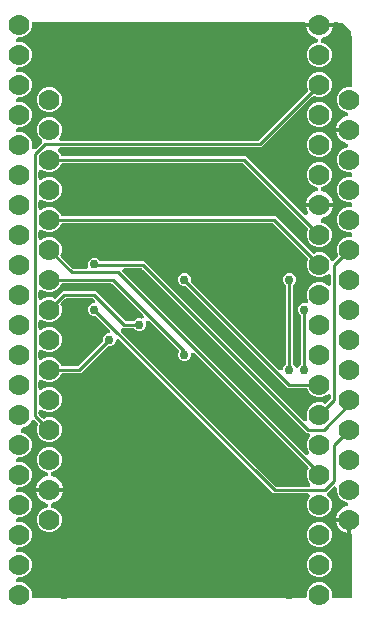
<source format=gbr>
G04 EAGLE Gerber RS-274X export*
G75*
%MOMM*%
%FSLAX34Y34*%
%LPD*%
%INBottom Copper*%
%IPPOS*%
%AMOC8*
5,1,8,0,0,1.08239X$1,22.5*%
G01*
G04 Define Apertures*
%ADD10C,1.778000*%
%ADD11C,0.756400*%
%ADD12C,0.254000*%
G36*
X278784Y295620D02*
X277995Y295440D01*
X277199Y295582D01*
X276521Y296023D01*
X276069Y296694D01*
X275529Y297999D01*
X272599Y300929D01*
X268772Y302514D01*
X264629Y302514D01*
X262778Y301747D01*
X262033Y301593D01*
X261238Y301741D01*
X260563Y302188D01*
X229757Y332994D01*
X49572Y332994D01*
X48825Y333137D01*
X48147Y333578D01*
X47695Y334248D01*
X46929Y336099D01*
X43999Y339029D01*
X40172Y340614D01*
X36029Y340614D01*
X31962Y338930D01*
X31840Y338844D01*
X31053Y338658D01*
X30256Y338794D01*
X29574Y339230D01*
X29117Y339897D01*
X28956Y340689D01*
X28956Y345111D01*
X29081Y345813D01*
X29506Y346501D01*
X30166Y346969D01*
X30956Y347142D01*
X31751Y346994D01*
X31897Y346898D01*
X36029Y345186D01*
X40172Y345186D01*
X43999Y346771D01*
X46929Y349701D01*
X48514Y353529D01*
X48514Y357672D01*
X46929Y361499D01*
X43999Y364429D01*
X40172Y366014D01*
X36029Y366014D01*
X31962Y364330D01*
X31840Y364244D01*
X31053Y364058D01*
X30256Y364194D01*
X29574Y364630D01*
X29117Y365297D01*
X28956Y366089D01*
X28956Y370511D01*
X29081Y371213D01*
X29506Y371901D01*
X30166Y372369D01*
X30956Y372542D01*
X31751Y372394D01*
X31897Y372298D01*
X36029Y370586D01*
X40172Y370586D01*
X43999Y372171D01*
X46929Y375101D01*
X47695Y376952D01*
X48113Y377588D01*
X48780Y378045D01*
X49572Y378206D01*
X201201Y378206D01*
X201964Y378057D01*
X202638Y377611D01*
X256612Y323637D01*
X257040Y323007D01*
X257207Y322216D01*
X257053Y321422D01*
X256286Y319571D01*
X256286Y315429D01*
X257871Y311601D01*
X260801Y308671D01*
X264629Y307086D01*
X268772Y307086D01*
X272599Y308671D01*
X275529Y311601D01*
X277114Y315429D01*
X277114Y319572D01*
X275529Y323399D01*
X272599Y326329D01*
X269112Y327773D01*
X268511Y328157D01*
X268038Y328813D01*
X267859Y329602D01*
X268000Y330398D01*
X268442Y331076D01*
X269112Y331527D01*
X273175Y333210D01*
X276390Y336425D01*
X278130Y340626D01*
X278130Y341376D01*
X255270Y341376D01*
X255270Y340626D01*
X256837Y336843D01*
X256990Y336162D01*
X256867Y335363D01*
X256442Y334675D01*
X255782Y334207D01*
X254992Y334033D01*
X254197Y334182D01*
X253523Y334628D01*
X204357Y383794D01*
X49572Y383794D01*
X48825Y383937D01*
X48147Y384378D01*
X47695Y385048D01*
X46929Y386899D01*
X45938Y387889D01*
X45530Y388474D01*
X45344Y389261D01*
X45480Y390059D01*
X45916Y390740D01*
X46583Y391197D01*
X47375Y391358D01*
X217509Y391358D01*
X260563Y434412D01*
X261193Y434840D01*
X261984Y435007D01*
X262778Y434853D01*
X264629Y434086D01*
X268772Y434086D01*
X272599Y435671D01*
X275529Y438601D01*
X277114Y442429D01*
X277114Y446572D01*
X275529Y450399D01*
X272599Y453329D01*
X268772Y454914D01*
X264629Y454914D01*
X260801Y453329D01*
X257871Y450399D01*
X256286Y446572D01*
X256286Y442429D01*
X257053Y440578D01*
X257207Y439833D01*
X257059Y439038D01*
X256612Y438363D01*
X215790Y397541D01*
X215146Y397107D01*
X214353Y396946D01*
X48279Y396946D01*
X47577Y397071D01*
X46889Y397496D01*
X46421Y398156D01*
X46248Y398946D01*
X46396Y399741D01*
X46842Y400415D01*
X46929Y400501D01*
X48514Y404329D01*
X48514Y408472D01*
X46929Y412299D01*
X43999Y415229D01*
X40172Y416814D01*
X36029Y416814D01*
X32201Y415229D01*
X29271Y412299D01*
X27686Y408472D01*
X27686Y404329D01*
X29271Y400501D01*
X31582Y398190D01*
X32004Y397576D01*
X32177Y396786D01*
X32029Y395991D01*
X31582Y395317D01*
X26583Y390317D01*
X25998Y389909D01*
X25211Y389723D01*
X24414Y389859D01*
X23732Y390294D01*
X23275Y390961D01*
X23114Y391754D01*
X23114Y395772D01*
X21529Y399599D01*
X18599Y402529D01*
X14772Y404114D01*
X12192Y404114D01*
X11460Y404251D01*
X10778Y404686D01*
X10321Y405353D01*
X10160Y406146D01*
X10160Y406654D01*
X10297Y407387D01*
X10732Y408068D01*
X11399Y408525D01*
X12192Y408686D01*
X14772Y408686D01*
X18599Y410271D01*
X21529Y413201D01*
X23114Y417029D01*
X23114Y421172D01*
X21529Y424999D01*
X18599Y427929D01*
X14772Y429514D01*
X12192Y429514D01*
X11460Y429651D01*
X10778Y430086D01*
X10321Y430753D01*
X10160Y431546D01*
X10160Y432054D01*
X10297Y432787D01*
X10732Y433468D01*
X11399Y433925D01*
X12192Y434086D01*
X14772Y434086D01*
X18599Y435671D01*
X21529Y438601D01*
X23114Y442429D01*
X23114Y446572D01*
X21529Y450399D01*
X18599Y453329D01*
X14772Y454914D01*
X12192Y454914D01*
X11460Y455051D01*
X10778Y455486D01*
X10321Y456153D01*
X10160Y456946D01*
X10160Y457454D01*
X10297Y458187D01*
X10732Y458868D01*
X11399Y459325D01*
X12192Y459486D01*
X14772Y459486D01*
X18599Y461071D01*
X21529Y464001D01*
X23114Y467829D01*
X23114Y471972D01*
X21529Y475799D01*
X18599Y478729D01*
X14772Y480314D01*
X12192Y480314D01*
X11460Y480451D01*
X10778Y480886D01*
X10321Y481553D01*
X10160Y482346D01*
X10160Y482854D01*
X10297Y483587D01*
X10732Y484268D01*
X11399Y484725D01*
X12192Y484886D01*
X14772Y484886D01*
X18599Y486471D01*
X21529Y489401D01*
X23114Y493229D01*
X23114Y495808D01*
X23251Y496541D01*
X23686Y497222D01*
X24353Y497679D01*
X25146Y497840D01*
X253238Y497840D01*
X253971Y497703D01*
X254652Y497268D01*
X254956Y496824D01*
X278522Y496824D01*
X279006Y497328D01*
X279750Y497646D01*
X280558Y497649D01*
X284851Y496796D01*
X285583Y496492D01*
X289868Y493629D01*
X290429Y493068D01*
X293292Y488783D01*
X293596Y488051D01*
X294601Y482996D01*
X294640Y482600D01*
X294640Y444246D01*
X294503Y443514D01*
X294068Y442832D01*
X293401Y442375D01*
X292608Y442214D01*
X290029Y442214D01*
X286201Y440629D01*
X283271Y437699D01*
X281686Y433872D01*
X281686Y429729D01*
X283271Y425901D01*
X286201Y422971D01*
X289688Y421527D01*
X290289Y421143D01*
X290762Y420487D01*
X290942Y419698D01*
X290800Y418902D01*
X290358Y418225D01*
X289688Y417773D01*
X285625Y416090D01*
X282410Y412875D01*
X280670Y408674D01*
X280670Y407924D01*
X293624Y407924D01*
X293624Y404876D01*
X280670Y404876D01*
X280670Y404126D01*
X282410Y399925D01*
X285625Y396710D01*
X289688Y395027D01*
X290289Y394643D01*
X290762Y393987D01*
X290942Y393199D01*
X290800Y392403D01*
X290358Y391725D01*
X289688Y391273D01*
X286201Y389829D01*
X283271Y386899D01*
X281686Y383072D01*
X281686Y378929D01*
X283271Y375101D01*
X286201Y372171D01*
X290029Y370586D01*
X292608Y370586D01*
X293341Y370449D01*
X294022Y370014D01*
X294479Y369347D01*
X294640Y368554D01*
X294640Y368046D01*
X294503Y367314D01*
X294068Y366632D01*
X293401Y366175D01*
X292608Y366014D01*
X290029Y366014D01*
X286201Y364429D01*
X283271Y361499D01*
X281686Y357672D01*
X281686Y353529D01*
X283271Y349701D01*
X286201Y346771D01*
X290029Y345186D01*
X292608Y345186D01*
X293341Y345049D01*
X294022Y344614D01*
X294479Y343947D01*
X294640Y343154D01*
X294640Y342646D01*
X294503Y341914D01*
X294068Y341232D01*
X293401Y340775D01*
X292608Y340614D01*
X290029Y340614D01*
X286201Y339029D01*
X283271Y336099D01*
X281686Y332272D01*
X281686Y328129D01*
X283271Y324301D01*
X286201Y321371D01*
X290029Y319786D01*
X292608Y319786D01*
X293341Y319649D01*
X294022Y319214D01*
X294479Y318547D01*
X294640Y317754D01*
X294640Y317246D01*
X294503Y316514D01*
X294068Y315832D01*
X293401Y315375D01*
X292608Y315214D01*
X290029Y315214D01*
X286201Y313629D01*
X283271Y310699D01*
X281686Y306872D01*
X281686Y302729D01*
X282453Y300878D01*
X282607Y300133D01*
X282459Y299338D01*
X282012Y298663D01*
X279383Y296035D01*
X278784Y295620D01*
G37*
%LPC*%
G36*
X264629Y459486D02*
X268772Y459486D01*
X272599Y461071D01*
X275529Y464001D01*
X277114Y467829D01*
X277114Y471972D01*
X275529Y475799D01*
X272599Y478729D01*
X269112Y480173D01*
X268511Y480557D01*
X268038Y481213D01*
X267859Y482002D01*
X268000Y482798D01*
X268442Y483476D01*
X269112Y483927D01*
X273175Y485610D01*
X276390Y488825D01*
X278130Y493026D01*
X278130Y493776D01*
X255270Y493776D01*
X255270Y493026D01*
X257010Y488825D01*
X260225Y485610D01*
X264288Y483927D01*
X264889Y483543D01*
X265362Y482887D01*
X265542Y482099D01*
X265400Y481303D01*
X264958Y480625D01*
X264288Y480173D01*
X260801Y478729D01*
X257871Y475799D01*
X256286Y471972D01*
X256286Y467829D01*
X257871Y464001D01*
X260801Y461071D01*
X264629Y459486D01*
G37*
G36*
X36029Y421386D02*
X40172Y421386D01*
X43999Y422971D01*
X46929Y425901D01*
X48514Y429729D01*
X48514Y433872D01*
X46929Y437699D01*
X43999Y440629D01*
X40172Y442214D01*
X36029Y442214D01*
X32201Y440629D01*
X29271Y437699D01*
X27686Y433872D01*
X27686Y429729D01*
X29271Y425901D01*
X32201Y422971D01*
X36029Y421386D01*
G37*
G36*
X264629Y408686D02*
X268772Y408686D01*
X272599Y410271D01*
X275529Y413201D01*
X277114Y417029D01*
X277114Y421172D01*
X275529Y424999D01*
X272599Y427929D01*
X268772Y429514D01*
X264629Y429514D01*
X260801Y427929D01*
X257871Y424999D01*
X256286Y421172D01*
X256286Y417029D01*
X257871Y413201D01*
X260801Y410271D01*
X264629Y408686D01*
G37*
G36*
X264629Y383286D02*
X268772Y383286D01*
X272599Y384871D01*
X275529Y387801D01*
X277114Y391629D01*
X277114Y395772D01*
X275529Y399599D01*
X272599Y402529D01*
X268772Y404114D01*
X264629Y404114D01*
X260801Y402529D01*
X257871Y399599D01*
X256286Y395772D01*
X256286Y391629D01*
X257871Y387801D01*
X260801Y384871D01*
X264629Y383286D01*
G37*
G36*
X255270Y344424D02*
X278130Y344424D01*
X278130Y345174D01*
X276390Y349375D01*
X273175Y352590D01*
X269112Y354273D01*
X268511Y354657D01*
X268038Y355313D01*
X267859Y356101D01*
X268000Y356897D01*
X268442Y357575D01*
X269112Y358027D01*
X272599Y359471D01*
X275529Y362401D01*
X277114Y366229D01*
X277114Y370372D01*
X275529Y374199D01*
X272599Y377129D01*
X268772Y378714D01*
X264629Y378714D01*
X260801Y377129D01*
X257871Y374199D01*
X256286Y370372D01*
X256286Y366229D01*
X257871Y362401D01*
X260801Y359471D01*
X264288Y358027D01*
X264889Y357643D01*
X265362Y356987D01*
X265542Y356198D01*
X265400Y355402D01*
X264958Y354725D01*
X264288Y354273D01*
X260225Y352590D01*
X257010Y349375D01*
X255270Y345174D01*
X255270Y344424D01*
G37*
%LPD*%
G36*
X255414Y159951D02*
X254624Y159778D01*
X253829Y159926D01*
X253155Y160372D01*
X118633Y294894D01*
X81978Y294894D01*
X81215Y295043D01*
X80541Y295489D01*
X79206Y296824D01*
X77255Y297632D01*
X75145Y297632D01*
X73194Y296824D01*
X71702Y295332D01*
X70894Y293381D01*
X70894Y291194D01*
X71013Y290641D01*
X70878Y289844D01*
X70442Y289162D01*
X69775Y288705D01*
X68982Y288544D01*
X59149Y288544D01*
X58386Y288693D01*
X57712Y289139D01*
X48188Y298663D01*
X47760Y299293D01*
X47593Y300084D01*
X47747Y300878D01*
X48514Y302729D01*
X48514Y306872D01*
X46929Y310699D01*
X43999Y313629D01*
X40172Y315214D01*
X36029Y315214D01*
X31962Y313530D01*
X31840Y313444D01*
X31053Y313258D01*
X30256Y313394D01*
X29574Y313830D01*
X29117Y314497D01*
X28956Y315289D01*
X28956Y319711D01*
X29081Y320413D01*
X29506Y321101D01*
X30166Y321569D01*
X30956Y321742D01*
X31751Y321594D01*
X31897Y321498D01*
X36029Y319786D01*
X40172Y319786D01*
X43999Y321371D01*
X46929Y324301D01*
X47695Y326152D01*
X48113Y326788D01*
X48780Y327245D01*
X49572Y327406D01*
X226601Y327406D01*
X227364Y327257D01*
X228038Y326811D01*
X256612Y298237D01*
X257040Y297607D01*
X257207Y296816D01*
X257053Y296022D01*
X256286Y294171D01*
X256286Y290029D01*
X257871Y286201D01*
X260801Y283271D01*
X264629Y281686D01*
X268772Y281686D01*
X272599Y283271D01*
X273137Y283810D01*
X273722Y284218D01*
X274509Y284404D01*
X275307Y284268D01*
X275988Y283832D01*
X276445Y283165D01*
X276606Y282373D01*
X276606Y276427D01*
X276481Y275725D01*
X276056Y275037D01*
X275396Y274569D01*
X274606Y274396D01*
X273811Y274544D01*
X273137Y274990D01*
X272599Y275529D01*
X268772Y277114D01*
X264629Y277114D01*
X260801Y275529D01*
X257871Y272599D01*
X256286Y268772D01*
X256286Y264629D01*
X257327Y262116D01*
X257481Y261403D01*
X257345Y260606D01*
X256909Y259924D01*
X256242Y259467D01*
X255450Y259306D01*
X252945Y259306D01*
X250994Y258498D01*
X249502Y257006D01*
X248694Y255055D01*
X248694Y252945D01*
X249502Y250994D01*
X250611Y249885D01*
X251045Y249241D01*
X251206Y248449D01*
X251206Y208752D01*
X251057Y207989D01*
X250611Y207315D01*
X249463Y206167D01*
X249143Y205666D01*
X248487Y205193D01*
X247699Y205013D01*
X246902Y205155D01*
X246225Y205597D01*
X245847Y206156D01*
X244689Y207315D01*
X244255Y207959D01*
X244094Y208752D01*
X244094Y273849D01*
X244243Y274611D01*
X244689Y275285D01*
X245798Y276394D01*
X246606Y278345D01*
X246606Y280455D01*
X245798Y282406D01*
X244306Y283898D01*
X242355Y284706D01*
X240245Y284706D01*
X238294Y283898D01*
X236802Y282406D01*
X235994Y280455D01*
X235994Y278345D01*
X236802Y276394D01*
X237911Y275285D01*
X238345Y274641D01*
X238506Y273849D01*
X238506Y208752D01*
X238357Y207989D01*
X237911Y207315D01*
X236802Y206206D01*
X235840Y203884D01*
X235445Y203272D01*
X234785Y202804D01*
X233995Y202630D01*
X233200Y202779D01*
X232526Y203225D01*
X158301Y277450D01*
X157867Y278094D01*
X157706Y278887D01*
X157706Y280455D01*
X156898Y282406D01*
X155406Y283898D01*
X153455Y284706D01*
X151345Y284706D01*
X149394Y283898D01*
X147902Y282406D01*
X147094Y280455D01*
X147094Y278345D01*
X147902Y276394D01*
X149394Y274902D01*
X151345Y274094D01*
X152913Y274094D01*
X153676Y273945D01*
X154350Y273499D01*
X240143Y187706D01*
X255228Y187706D01*
X255975Y187563D01*
X256653Y187122D01*
X257105Y186452D01*
X257871Y184601D01*
X260801Y181671D01*
X264629Y180086D01*
X268772Y180086D01*
X272599Y181671D01*
X273137Y182210D01*
X273722Y182618D01*
X274509Y182804D01*
X275307Y182668D01*
X275988Y182232D01*
X276445Y181565D01*
X276606Y180773D01*
X276606Y179799D01*
X276457Y179036D01*
X276011Y178362D01*
X272837Y175188D01*
X272207Y174760D01*
X271416Y174593D01*
X270622Y174747D01*
X268771Y175514D01*
X264629Y175514D01*
X260801Y173929D01*
X257871Y170999D01*
X256286Y167172D01*
X256286Y163029D01*
X256469Y162587D01*
X256621Y161906D01*
X256498Y161107D01*
X256074Y160419D01*
X255414Y159951D01*
G37*
G36*
X256762Y131298D02*
X255972Y131124D01*
X255177Y131272D01*
X254502Y131719D01*
X100384Y285837D01*
X99976Y286422D01*
X99790Y287209D01*
X99926Y288007D01*
X100361Y288688D01*
X101028Y289145D01*
X101821Y289306D01*
X115477Y289306D01*
X116240Y289157D01*
X116914Y288711D01*
X256019Y149606D01*
X256973Y149606D01*
X257675Y149481D01*
X258363Y149056D01*
X258831Y148396D01*
X259004Y147606D01*
X258856Y146811D01*
X258410Y146137D01*
X257871Y145599D01*
X256286Y141772D01*
X256286Y137629D01*
X257817Y133933D01*
X257969Y133253D01*
X257846Y132454D01*
X257421Y131765D01*
X256762Y131298D01*
G37*
G36*
X109541Y244255D02*
X108749Y244094D01*
X103599Y244094D01*
X102836Y244243D01*
X102162Y244689D01*
X77357Y269494D01*
X49643Y269494D01*
X44237Y264088D01*
X43607Y263660D01*
X42816Y263493D01*
X42022Y263647D01*
X40171Y264414D01*
X36029Y264414D01*
X31962Y262730D01*
X31840Y262644D01*
X31053Y262458D01*
X30256Y262594D01*
X29574Y263030D01*
X29117Y263697D01*
X28956Y264489D01*
X28956Y268911D01*
X29081Y269613D01*
X29506Y270301D01*
X30166Y270769D01*
X30956Y270942D01*
X31751Y270794D01*
X31897Y270698D01*
X36029Y268986D01*
X40172Y268986D01*
X43999Y270571D01*
X46929Y273501D01*
X47695Y275352D01*
X48113Y275988D01*
X48780Y276445D01*
X49572Y276606D01*
X89949Y276606D01*
X90712Y276457D01*
X91386Y276011D01*
X117411Y249986D01*
X117812Y249416D01*
X118004Y248630D01*
X117875Y247832D01*
X117444Y247147D01*
X116781Y246685D01*
X115990Y246517D01*
X115535Y246606D01*
X113245Y246606D01*
X111294Y245798D01*
X110185Y244689D01*
X109541Y244255D01*
G37*
G36*
X62294Y206155D02*
X61501Y205994D01*
X49572Y205994D01*
X48825Y206137D01*
X48147Y206578D01*
X47695Y207248D01*
X46929Y209099D01*
X43999Y212029D01*
X40172Y213614D01*
X36029Y213614D01*
X31962Y211930D01*
X31840Y211844D01*
X31053Y211658D01*
X30256Y211794D01*
X29574Y212230D01*
X29117Y212897D01*
X28956Y213689D01*
X28956Y218111D01*
X29081Y218813D01*
X29506Y219501D01*
X30166Y219969D01*
X30956Y220142D01*
X31751Y219994D01*
X31897Y219898D01*
X36029Y218186D01*
X40172Y218186D01*
X43999Y219771D01*
X46929Y222701D01*
X48514Y226529D01*
X48514Y230672D01*
X46929Y234499D01*
X43999Y237429D01*
X40172Y239014D01*
X36029Y239014D01*
X31962Y237330D01*
X31840Y237244D01*
X31053Y237058D01*
X30256Y237194D01*
X29574Y237630D01*
X29117Y238297D01*
X28956Y239089D01*
X28956Y243511D01*
X29081Y244213D01*
X29506Y244901D01*
X30166Y245369D01*
X30956Y245542D01*
X31751Y245394D01*
X31897Y245298D01*
X36029Y243586D01*
X40172Y243586D01*
X43999Y245171D01*
X46929Y248101D01*
X48514Y251929D01*
X48514Y256071D01*
X47747Y257922D01*
X47593Y258667D01*
X47741Y259462D01*
X48188Y260137D01*
X51362Y263311D01*
X52006Y263745D01*
X52799Y263906D01*
X74201Y263906D01*
X74964Y263757D01*
X75638Y263311D01*
X76175Y262774D01*
X76590Y262174D01*
X76769Y261386D01*
X76627Y260589D01*
X76186Y259912D01*
X75516Y259460D01*
X73194Y258498D01*
X71702Y257006D01*
X70894Y255055D01*
X70894Y252945D01*
X71702Y250994D01*
X73194Y249502D01*
X75145Y248694D01*
X76713Y248694D01*
X77476Y248545D01*
X78150Y248099D01*
X88875Y237374D01*
X89290Y236774D01*
X89469Y235986D01*
X89327Y235189D01*
X88886Y234512D01*
X88216Y234060D01*
X85894Y233098D01*
X84402Y231606D01*
X83594Y229655D01*
X83594Y228087D01*
X83445Y227324D01*
X82999Y226650D01*
X62938Y206589D01*
X62294Y206155D01*
G37*
G36*
X258019Y104301D02*
X257227Y104140D01*
X230853Y104140D01*
X230090Y104289D01*
X229416Y104735D01*
X99114Y235037D01*
X98706Y235622D01*
X98520Y236409D01*
X98656Y237207D01*
X99091Y237888D01*
X99758Y238345D01*
X100551Y238506D01*
X108749Y238506D01*
X109511Y238357D01*
X110185Y237911D01*
X111294Y236802D01*
X113245Y235994D01*
X115355Y235994D01*
X117306Y236802D01*
X118798Y238294D01*
X119606Y240245D01*
X119606Y242491D01*
X119520Y242877D01*
X119643Y243676D01*
X120067Y244364D01*
X120727Y244832D01*
X121517Y245005D01*
X122312Y244857D01*
X122986Y244411D01*
X147114Y220282D01*
X147542Y219653D01*
X147709Y218862D01*
X147555Y218068D01*
X147094Y216955D01*
X147094Y214845D01*
X147902Y212894D01*
X149394Y211402D01*
X151345Y210594D01*
X153455Y210594D01*
X155406Y211402D01*
X156898Y212894D01*
X157706Y214845D01*
X157706Y215707D01*
X157831Y216409D01*
X158256Y217097D01*
X158916Y217565D01*
X159706Y217739D01*
X160501Y217590D01*
X161175Y217144D01*
X256984Y121335D01*
X257412Y120705D01*
X257579Y119914D01*
X257425Y119120D01*
X256286Y116372D01*
X256286Y112229D01*
X257871Y108401D01*
X258664Y107609D01*
X259072Y107024D01*
X259258Y106237D01*
X259122Y105440D01*
X258686Y104758D01*
X258019Y104301D01*
G37*
G36*
X255047Y10321D02*
X254254Y10160D01*
X25146Y10160D01*
X24414Y10297D01*
X23732Y10732D01*
X23275Y11399D01*
X23114Y12192D01*
X23114Y14772D01*
X21529Y18599D01*
X18599Y21529D01*
X14772Y23114D01*
X12192Y23114D01*
X11460Y23251D01*
X10778Y23686D01*
X10321Y24353D01*
X10160Y25146D01*
X10160Y25654D01*
X10297Y26387D01*
X10732Y27068D01*
X11399Y27525D01*
X12192Y27686D01*
X14772Y27686D01*
X18599Y29271D01*
X21529Y32201D01*
X23114Y36029D01*
X23114Y40172D01*
X21529Y43999D01*
X18599Y46929D01*
X14772Y48514D01*
X12192Y48514D01*
X11460Y48651D01*
X10778Y49086D01*
X10321Y49753D01*
X10160Y50546D01*
X10160Y51054D01*
X10297Y51787D01*
X10732Y52468D01*
X11399Y52925D01*
X12192Y53086D01*
X14772Y53086D01*
X18599Y54671D01*
X21529Y57601D01*
X23114Y61429D01*
X23114Y65572D01*
X21529Y69399D01*
X18599Y72329D01*
X14772Y73914D01*
X12192Y73914D01*
X11460Y74051D01*
X10778Y74486D01*
X10321Y75153D01*
X10160Y75946D01*
X10160Y76454D01*
X10297Y77187D01*
X10732Y77868D01*
X11399Y78325D01*
X12192Y78486D01*
X14772Y78486D01*
X18599Y80071D01*
X21529Y83001D01*
X23114Y86829D01*
X23114Y90972D01*
X21529Y94799D01*
X18599Y97729D01*
X14772Y99314D01*
X12192Y99314D01*
X11460Y99451D01*
X10778Y99886D01*
X10321Y100553D01*
X10160Y101346D01*
X10160Y101854D01*
X10297Y102587D01*
X10732Y103268D01*
X11399Y103725D01*
X12192Y103886D01*
X14772Y103886D01*
X18599Y105471D01*
X21529Y108401D01*
X23114Y112229D01*
X23114Y116372D01*
X21529Y120199D01*
X18599Y123129D01*
X14772Y124714D01*
X12192Y124714D01*
X11460Y124851D01*
X10778Y125286D01*
X10321Y125953D01*
X10160Y126746D01*
X10160Y127254D01*
X10297Y127987D01*
X10732Y128668D01*
X11399Y129125D01*
X12192Y129286D01*
X14772Y129286D01*
X18599Y130871D01*
X21529Y133801D01*
X23114Y137629D01*
X23114Y141772D01*
X21529Y145599D01*
X18599Y148529D01*
X15112Y149973D01*
X14511Y150357D01*
X14038Y151013D01*
X13859Y151802D01*
X14000Y152598D01*
X14442Y153276D01*
X15112Y153727D01*
X19175Y155410D01*
X22390Y158625D01*
X22847Y159729D01*
X23242Y160341D01*
X23902Y160809D01*
X24692Y160983D01*
X25487Y160834D01*
X26161Y160388D01*
X28012Y158537D01*
X28440Y157907D01*
X28607Y157116D01*
X28453Y156322D01*
X27686Y154471D01*
X27686Y150329D01*
X29271Y146501D01*
X32201Y143571D01*
X36029Y141986D01*
X40172Y141986D01*
X43999Y143571D01*
X46929Y146501D01*
X48514Y150329D01*
X48514Y154472D01*
X46929Y158299D01*
X43999Y161229D01*
X40172Y162814D01*
X36029Y162814D01*
X34178Y162047D01*
X33433Y161893D01*
X32638Y162041D01*
X31963Y162488D01*
X29551Y164900D01*
X29117Y165544D01*
X28956Y166337D01*
X28956Y167311D01*
X29081Y168013D01*
X29506Y168701D01*
X30166Y169169D01*
X30956Y169342D01*
X31751Y169194D01*
X31897Y169098D01*
X36029Y167386D01*
X40172Y167386D01*
X43999Y168971D01*
X46929Y171901D01*
X48514Y175729D01*
X48514Y179872D01*
X46929Y183699D01*
X43999Y186629D01*
X40172Y188214D01*
X36029Y188214D01*
X31962Y186530D01*
X31840Y186444D01*
X31053Y186258D01*
X30256Y186394D01*
X29574Y186830D01*
X29117Y187497D01*
X28956Y188289D01*
X28956Y192711D01*
X29081Y193413D01*
X29506Y194101D01*
X30166Y194569D01*
X30956Y194742D01*
X31751Y194594D01*
X31897Y194498D01*
X36029Y192786D01*
X40172Y192786D01*
X43999Y194371D01*
X46929Y197301D01*
X47695Y199152D01*
X48113Y199788D01*
X48780Y200245D01*
X49572Y200406D01*
X64657Y200406D01*
X86950Y222699D01*
X87594Y223133D01*
X88387Y223294D01*
X89955Y223294D01*
X91906Y224102D01*
X93398Y225594D01*
X94360Y227916D01*
X94755Y228528D01*
X95415Y228996D01*
X96205Y229170D01*
X97000Y229021D01*
X97674Y228575D01*
X227697Y98552D01*
X256719Y98552D01*
X257421Y98427D01*
X258109Y98002D01*
X258577Y97342D01*
X258750Y96552D01*
X258602Y95757D01*
X258156Y95083D01*
X257871Y94799D01*
X256286Y90972D01*
X256286Y86829D01*
X257871Y83001D01*
X260801Y80071D01*
X264629Y78486D01*
X268772Y78486D01*
X272599Y80071D01*
X275529Y83001D01*
X277114Y86829D01*
X277114Y90972D01*
X275529Y94799D01*
X273673Y96654D01*
X273252Y97269D01*
X273078Y98059D01*
X273227Y98854D01*
X273673Y99528D01*
X278217Y104072D01*
X278802Y104480D01*
X279589Y104666D01*
X280387Y104531D01*
X281068Y104095D01*
X281525Y103428D01*
X281686Y102635D01*
X281686Y99529D01*
X283271Y95701D01*
X286201Y92771D01*
X289688Y91327D01*
X290289Y90943D01*
X290762Y90287D01*
X290942Y89498D01*
X290800Y88702D01*
X290358Y88025D01*
X289688Y87573D01*
X285625Y85890D01*
X282410Y82675D01*
X280670Y78474D01*
X280670Y77724D01*
X293624Y77724D01*
X293624Y64452D01*
X294022Y64198D01*
X294479Y63531D01*
X294640Y62738D01*
X294640Y12192D01*
X294503Y11460D01*
X294068Y10778D01*
X293401Y10321D01*
X292608Y10160D01*
X279146Y10160D01*
X278414Y10297D01*
X277732Y10732D01*
X277275Y11399D01*
X277114Y12192D01*
X277114Y14772D01*
X275529Y18599D01*
X272599Y21529D01*
X268772Y23114D01*
X264629Y23114D01*
X260801Y21529D01*
X257871Y18599D01*
X256286Y14772D01*
X256286Y12192D01*
X256149Y11460D01*
X255714Y10778D01*
X255047Y10321D01*
G37*
%LPC*%
G36*
X26670Y103124D02*
X49530Y103124D01*
X49530Y103874D01*
X47790Y108075D01*
X44575Y111290D01*
X40512Y112973D01*
X39911Y113357D01*
X39438Y114013D01*
X39259Y114801D01*
X39400Y115597D01*
X39842Y116275D01*
X40512Y116727D01*
X43999Y118171D01*
X46929Y121101D01*
X48514Y124929D01*
X48514Y129072D01*
X46929Y132899D01*
X43999Y135829D01*
X40172Y137414D01*
X36029Y137414D01*
X32201Y135829D01*
X29271Y132899D01*
X27686Y129072D01*
X27686Y124929D01*
X29271Y121101D01*
X32201Y118171D01*
X35688Y116727D01*
X36289Y116343D01*
X36762Y115687D01*
X36942Y114898D01*
X36800Y114102D01*
X36358Y113425D01*
X35688Y112973D01*
X31625Y111290D01*
X28410Y108075D01*
X26670Y103874D01*
X26670Y103124D01*
G37*
G36*
X36029Y65786D02*
X40172Y65786D01*
X43999Y67371D01*
X46929Y70301D01*
X48514Y74129D01*
X48514Y78272D01*
X46929Y82099D01*
X43999Y85029D01*
X40512Y86473D01*
X39911Y86857D01*
X39438Y87513D01*
X39259Y88302D01*
X39400Y89098D01*
X39842Y89776D01*
X40512Y90227D01*
X44575Y91910D01*
X47790Y95125D01*
X49530Y99326D01*
X49530Y100076D01*
X26670Y100076D01*
X26670Y99326D01*
X28410Y95125D01*
X31625Y91910D01*
X35688Y90227D01*
X36289Y89843D01*
X36762Y89187D01*
X36942Y88399D01*
X36800Y87603D01*
X36358Y86925D01*
X35688Y86473D01*
X32201Y85029D01*
X29271Y82099D01*
X27686Y78272D01*
X27686Y74129D01*
X29271Y70301D01*
X32201Y67371D01*
X36029Y65786D01*
G37*
G36*
X289826Y64770D02*
X290576Y64770D01*
X290576Y74676D01*
X280670Y74676D01*
X280670Y73926D01*
X282410Y69725D01*
X285625Y66510D01*
X289826Y64770D01*
G37*
G36*
X264629Y53086D02*
X268772Y53086D01*
X272599Y54671D01*
X275529Y57601D01*
X277114Y61429D01*
X277114Y65572D01*
X275529Y69399D01*
X272599Y72329D01*
X268772Y73914D01*
X264629Y73914D01*
X260801Y72329D01*
X257871Y69399D01*
X256286Y65572D01*
X256286Y61429D01*
X257871Y57601D01*
X260801Y54671D01*
X264629Y53086D01*
G37*
G36*
X264629Y27686D02*
X268772Y27686D01*
X272599Y29271D01*
X275529Y32201D01*
X277114Y36029D01*
X277114Y40172D01*
X275529Y43999D01*
X272599Y46929D01*
X268772Y48514D01*
X264629Y48514D01*
X260801Y46929D01*
X257871Y43999D01*
X256286Y40172D01*
X256286Y36029D01*
X257871Y32201D01*
X260801Y29271D01*
X264629Y27686D01*
G37*
%LPD*%
D10*
X38100Y431800D03*
X38100Y406400D03*
X38100Y381000D03*
X38100Y355600D03*
X38100Y330200D03*
X38100Y304800D03*
X38100Y279400D03*
X38100Y254000D03*
X38100Y228600D03*
X38100Y203200D03*
X38100Y177800D03*
X38100Y152400D03*
X38100Y127000D03*
X38100Y101600D03*
X38100Y76200D03*
X292100Y431800D03*
X292100Y406400D03*
X292100Y381000D03*
X292100Y355600D03*
X292100Y330200D03*
X292100Y304800D03*
X292100Y279400D03*
X292100Y254000D03*
X292100Y228600D03*
X292100Y203200D03*
X292100Y177800D03*
X292100Y152400D03*
X292100Y127000D03*
X292100Y101600D03*
X292100Y76200D03*
X12700Y495300D03*
X12700Y469900D03*
X12700Y444500D03*
X12700Y419100D03*
X12700Y393700D03*
X12700Y368300D03*
X12700Y342900D03*
X12700Y317500D03*
X12700Y292100D03*
X12700Y266700D03*
X12700Y241300D03*
X12700Y215900D03*
X12700Y190500D03*
X12700Y165100D03*
X12700Y139700D03*
X12700Y114300D03*
X12700Y88900D03*
X12700Y63500D03*
X12700Y38100D03*
X12700Y12700D03*
X266700Y495300D03*
X266700Y469900D03*
X266700Y444500D03*
X266700Y419100D03*
X266700Y393700D03*
X266700Y368300D03*
X266700Y342900D03*
X266700Y317500D03*
X266700Y292100D03*
X266700Y266700D03*
X266700Y241300D03*
X266700Y215900D03*
X266700Y190500D03*
X266700Y165100D03*
X266700Y139700D03*
X266700Y114300D03*
X266700Y88900D03*
X266700Y63500D03*
X266700Y38100D03*
X266700Y12700D03*
D11*
X63500Y190500D03*
X50800Y12700D03*
X241300Y12700D03*
X50800Y482600D03*
X241300Y482600D03*
X139700Y368300D03*
X63500Y76200D03*
X228600Y139700D03*
X228600Y76200D03*
X139700Y254000D03*
X228600Y254000D03*
X63500Y317500D03*
X241300Y393700D03*
X228600Y317500D03*
X177800Y215900D03*
X190500Y203200D03*
X63500Y241300D03*
X63500Y355600D03*
X88900Y266700D03*
D12*
X38100Y381000D02*
X203200Y381000D01*
X266700Y317500D01*
X266700Y292100D02*
X228600Y330200D01*
X38100Y330200D01*
D11*
X88900Y228600D03*
D12*
X63500Y203200D01*
X38100Y203200D01*
D11*
X152400Y279400D03*
D12*
X241300Y190500D01*
X266700Y190500D01*
X279400Y177800D02*
X266700Y165100D01*
X279400Y177800D02*
X279400Y292100D01*
X292100Y304800D01*
D11*
X254000Y203200D03*
D12*
X254000Y254000D01*
D11*
X254000Y254000D03*
X241300Y279400D03*
D12*
X241300Y203200D01*
D11*
X241300Y203200D03*
D12*
X26162Y164338D02*
X26162Y385945D01*
X26162Y164338D02*
X38100Y152400D01*
X216352Y394152D02*
X266700Y444500D01*
X216352Y394152D02*
X34369Y394152D01*
X26162Y385945D01*
D11*
X114300Y241300D03*
D12*
X50800Y266700D02*
X38100Y254000D01*
X76200Y266700D02*
X101600Y241300D01*
X76200Y266700D02*
X50800Y266700D01*
X101600Y241300D02*
X114300Y241300D01*
D11*
X152400Y215900D03*
D12*
X91948Y279400D02*
X38100Y279400D01*
X152400Y218948D02*
X152400Y215900D01*
X152400Y218948D02*
X91948Y279400D01*
X266700Y115570D02*
X266700Y114300D01*
X266700Y115570D02*
X96520Y285750D01*
X57150Y285750D01*
X38100Y304800D01*
D11*
X76200Y254000D03*
D12*
X228854Y101346D02*
X271540Y101346D01*
X228854Y101346D02*
X76200Y254000D01*
X292086Y152400D02*
X292100Y152400D01*
X292086Y152400D02*
X279146Y139460D01*
X279146Y108952D02*
X271540Y101346D01*
X279146Y108952D02*
X279146Y139460D01*
X292100Y173976D02*
X292100Y177800D01*
X292100Y173976D02*
X270524Y152400D01*
X257176Y152400D01*
X117476Y292100D01*
D11*
X76200Y292326D03*
D12*
X76426Y292100D02*
X117476Y292100D01*
X76426Y292100D02*
X76200Y292326D01*
M02*

</source>
